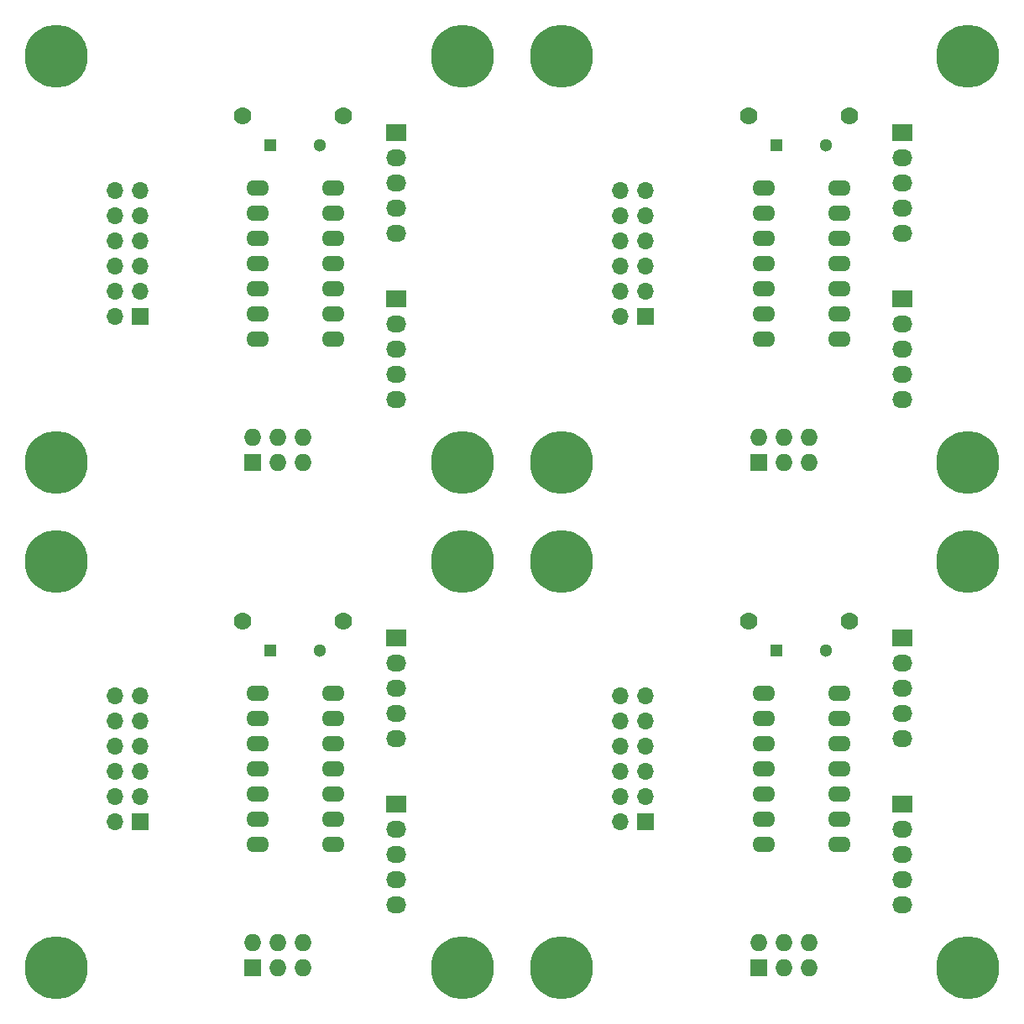
<source format=gbs>
%MOIN*%
%OFA0B0*%
%FSLAX46Y46*%
%IPPOS*%
%LPD*%
%ADD10C,0.25*%
%ADD11R,0.068X0.068*%
%ADD12O,0.068X0.068*%
%ADD13R,0.051181102362204731X0.051181102362204731*%
%ADD14C,0.051181102362204731*%
%ADD15R,0.08X0.068*%
%ADD16O,0.08X0.068*%
%ADD17C,0.07*%
%ADD18O,0.0905511811023622X0.062992125984251982*%
%ADD19R,0.066929133858267723X0.066929133858267723*%
%ADD20O,0.066929133858267723X0.066929133858267723*%
%ADD31C,0.25*%
%ADD32R,0.068X0.068*%
%ADD33O,0.068X0.068*%
%ADD34R,0.051181102362204731X0.051181102362204731*%
%ADD35C,0.051181102362204731*%
%ADD36R,0.08X0.068*%
%ADD37O,0.08X0.068*%
%ADD38C,0.07*%
%ADD39O,0.0905511811023622X0.062992125984251982*%
%ADD40R,0.066929133858267723X0.066929133858267723*%
%ADD41O,0.066929133858267723X0.066929133858267723*%
%ADD42C,0.25*%
%ADD43R,0.068X0.068*%
%ADD44O,0.068X0.068*%
%ADD45R,0.051181102362204731X0.051181102362204731*%
%ADD46C,0.051181102362204731*%
%ADD47R,0.08X0.068*%
%ADD48O,0.08X0.068*%
%ADD49C,0.07*%
%ADD50O,0.0905511811023622X0.062992125984251982*%
%ADD51R,0.066929133858267723X0.066929133858267723*%
%ADD52O,0.066929133858267723X0.066929133858267723*%
%ADD53C,0.25*%
%ADD54R,0.068X0.068*%
%ADD55O,0.068X0.068*%
%ADD56R,0.051181102362204731X0.051181102362204731*%
%ADD57C,0.051181102362204731*%
%ADD58R,0.08X0.068*%
%ADD59O,0.08X0.068*%
%ADD60C,0.07*%
%ADD61O,0.0905511811023622X0.062992125984251982*%
%ADD62R,0.066929133858267723X0.066929133858267723*%
%ADD63O,0.066929133858267723X0.066929133858267723*%
G01*
D10*
X-0004953875Y0004883008D02*
X0000157480Y0000157480D03*
X0000157480Y0001771653D03*
X0001771653Y0000157480D03*
X0001771653Y0001771653D03*
D11*
X0000940000Y0000159133D03*
D12*
X0000940000Y0000259133D03*
X0001039999Y0000159133D03*
X0001039999Y0000259133D03*
X0001139999Y0000159133D03*
X0001139999Y0000259133D03*
D13*
X0001009999Y0001419133D03*
D14*
X0001206850Y0001419133D03*
D15*
X0001509999Y0001469133D03*
D16*
X0001509999Y0001369133D03*
X0001509999Y0001269133D03*
X0001509999Y0001169133D03*
X0001509999Y0001069133D03*
D15*
X0001509999Y0000809133D03*
D16*
X0001509999Y0000709133D03*
X0001509999Y0000609133D03*
X0001509999Y0000509133D03*
X0001509999Y0000409133D03*
D17*
X0000899999Y0001534133D03*
X0001299999Y0001534133D03*
D18*
X0000959999Y0001249133D03*
X0000959999Y0001149133D03*
X0000959999Y0001049133D03*
X0000959999Y0000949133D03*
X0000959999Y0000849133D03*
X0000959999Y0000749133D03*
X0000959999Y0000649133D03*
X0001259999Y0000649133D03*
X0001259999Y0000749133D03*
X0001259999Y0000849133D03*
X0001259999Y0000949133D03*
X0001259999Y0001049133D03*
X0001259999Y0001149133D03*
X0001259999Y0001249133D03*
D19*
X0000492440Y0000739133D03*
D20*
X0000392440Y0000739133D03*
X0000492440Y0000839133D03*
X0000392440Y0000839133D03*
X0000492440Y0000939133D03*
X0000392440Y0000939133D03*
X0000492440Y0001039133D03*
X0000392440Y0001039133D03*
X0000492440Y0001139133D03*
X0000392440Y0001139133D03*
X0000492440Y0001239133D03*
X0000392440Y0001239133D03*
G04 next file*
G04 Gerber Fmt 4.6, Leading zero omitted, Abs format (unit mm)*
G04 Created by KiCad (PCBNEW (6.0.1)) date 2022-05-17 17:41:02*
G01*
G04 APERTURE LIST*
G04 APERTURE END LIST*
D31*
X-0002946001Y0004883008D02*
X0002165354Y0000157480D03*
X0002165354Y0001771653D03*
X0003779527Y0000157480D03*
X0003779527Y0001771653D03*
D32*
X0002947874Y0000159133D03*
D33*
X0002947874Y0000259133D03*
X0003047874Y0000159133D03*
X0003047874Y0000259133D03*
X0003147873Y0000159133D03*
X0003147873Y0000259133D03*
D34*
X0003017874Y0001419133D03*
D35*
X0003214724Y0001419133D03*
D36*
X0003517873Y0001469133D03*
D37*
X0003517873Y0001369133D03*
X0003517873Y0001269133D03*
X0003517873Y0001169133D03*
X0003517873Y0001069133D03*
D36*
X0003517873Y0000809133D03*
D37*
X0003517873Y0000709133D03*
X0003517873Y0000609133D03*
X0003517873Y0000509133D03*
X0003517873Y0000409133D03*
D38*
X0002907873Y0001534133D03*
X0003307873Y0001534133D03*
D39*
X0002967873Y0001249133D03*
X0002967873Y0001149133D03*
X0002967873Y0001049133D03*
X0002967873Y0000949133D03*
X0002967873Y0000849133D03*
X0002967873Y0000749133D03*
X0002967873Y0000649133D03*
X0003267873Y0000649133D03*
X0003267873Y0000749133D03*
X0003267873Y0000849133D03*
X0003267873Y0000949133D03*
X0003267873Y0001049133D03*
X0003267873Y0001149133D03*
X0003267873Y0001249133D03*
D40*
X0002500314Y0000739133D03*
D41*
X0002400314Y0000739133D03*
X0002500314Y0000839133D03*
X0002400314Y0000839133D03*
X0002500314Y0000939133D03*
X0002400314Y0000939133D03*
X0002500314Y0001039133D03*
X0002400314Y0001039133D03*
X0002500314Y0001139133D03*
X0002400314Y0001139133D03*
X0002500314Y0001239133D03*
X0002400314Y0001239133D03*
G04 next file*
G04 Gerber Fmt 4.6, Leading zero omitted, Abs format (unit mm)*
G04 Created by KiCad (PCBNEW (6.0.1)) date 2022-05-17 17:41:02*
G01*
G04 APERTURE LIST*
G04 APERTURE END LIST*
D42*
X-0004953875Y0006890882D02*
X0000157480Y0002165354D03*
X0000157480Y0003779527D03*
X0001771653Y0002165354D03*
X0001771653Y0003779527D03*
D43*
X0000940000Y0002167007D03*
D44*
X0000940000Y0002267007D03*
X0001039999Y0002167007D03*
X0001039999Y0002267007D03*
X0001139999Y0002167007D03*
X0001139999Y0002267007D03*
D45*
X0001009999Y0003427007D03*
D46*
X0001206850Y0003427007D03*
D47*
X0001509999Y0003477007D03*
D48*
X0001509999Y0003377007D03*
X0001509999Y0003277007D03*
X0001509999Y0003177007D03*
X0001509999Y0003077007D03*
D47*
X0001509999Y0002817007D03*
D48*
X0001509999Y0002717007D03*
X0001509999Y0002617007D03*
X0001509999Y0002517007D03*
X0001509999Y0002417007D03*
D49*
X0000899999Y0003542007D03*
X0001299999Y0003542007D03*
D50*
X0000959999Y0003257007D03*
X0000959999Y0003157007D03*
X0000959999Y0003057007D03*
X0000959999Y0002957007D03*
X0000959999Y0002857007D03*
X0000959999Y0002757007D03*
X0000959999Y0002657007D03*
X0001259999Y0002657007D03*
X0001259999Y0002757007D03*
X0001259999Y0002857007D03*
X0001259999Y0002957007D03*
X0001259999Y0003057007D03*
X0001259999Y0003157007D03*
X0001259999Y0003257007D03*
D51*
X0000492440Y0002747007D03*
D52*
X0000392440Y0002747007D03*
X0000492440Y0002847007D03*
X0000392440Y0002847007D03*
X0000492440Y0002947007D03*
X0000392440Y0002947007D03*
X0000492440Y0003047007D03*
X0000392440Y0003047007D03*
X0000492440Y0003147007D03*
X0000392440Y0003147007D03*
X0000492440Y0003247007D03*
X0000392440Y0003247007D03*
G04 next file*
G04 Gerber Fmt 4.6, Leading zero omitted, Abs format (unit mm)*
G04 Created by KiCad (PCBNEW (6.0.1)) date 2022-05-17 17:41:02*
G01*
G04 APERTURE LIST*
G04 APERTURE END LIST*
D53*
X-0002946001Y0006890882D02*
X0002165354Y0002165354D03*
X0002165354Y0003779527D03*
X0003779527Y0002165354D03*
X0003779527Y0003779527D03*
D54*
X0002947874Y0002167007D03*
D55*
X0002947874Y0002267007D03*
X0003047874Y0002167007D03*
X0003047874Y0002267007D03*
X0003147873Y0002167007D03*
X0003147873Y0002267007D03*
D56*
X0003017874Y0003427007D03*
D57*
X0003214724Y0003427007D03*
D58*
X0003517873Y0003477007D03*
D59*
X0003517873Y0003377007D03*
X0003517873Y0003277007D03*
X0003517873Y0003177007D03*
X0003517873Y0003077007D03*
D58*
X0003517873Y0002817007D03*
D59*
X0003517873Y0002717007D03*
X0003517873Y0002617007D03*
X0003517873Y0002517007D03*
X0003517873Y0002417007D03*
D60*
X0002907873Y0003542007D03*
X0003307873Y0003542007D03*
D61*
X0002967873Y0003257007D03*
X0002967873Y0003157007D03*
X0002967873Y0003057007D03*
X0002967873Y0002957007D03*
X0002967873Y0002857007D03*
X0002967873Y0002757007D03*
X0002967873Y0002657007D03*
X0003267873Y0002657007D03*
X0003267873Y0002757007D03*
X0003267873Y0002857007D03*
X0003267873Y0002957007D03*
X0003267873Y0003057007D03*
X0003267873Y0003157007D03*
X0003267873Y0003257007D03*
D62*
X0002500314Y0002747007D03*
D63*
X0002400314Y0002747007D03*
X0002500314Y0002847007D03*
X0002400314Y0002847007D03*
X0002500314Y0002947007D03*
X0002400314Y0002947007D03*
X0002500314Y0003047007D03*
X0002400314Y0003047007D03*
X0002500314Y0003147007D03*
X0002400314Y0003147007D03*
X0002500314Y0003247007D03*
X0002400314Y0003247007D03*
M02*
</source>
